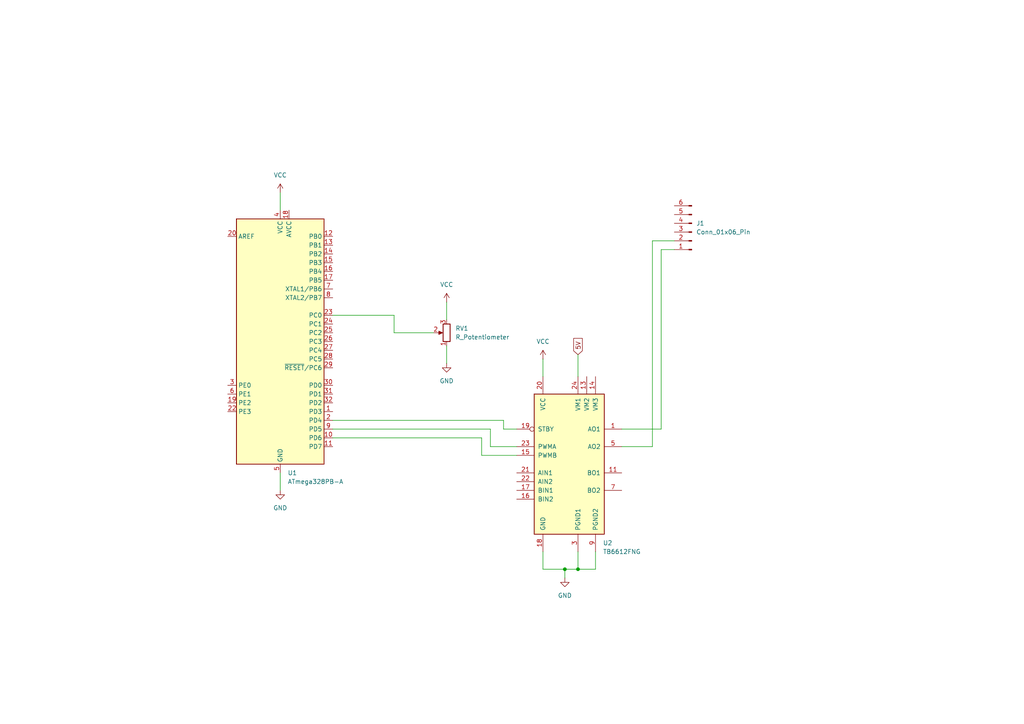
<source format=kicad_sch>
(kicad_sch
	(version 20250114)
	(generator "eeschema")
	(generator_version "9.0")
	(uuid "142331d2-0210-4490-8d19-ed726383fbac")
	(paper "A4")
	(lib_symbols
		(symbol "Connector:Conn_01x06_Pin"
			(pin_names
				(offset 1.016)
				(hide yes)
			)
			(exclude_from_sim no)
			(in_bom yes)
			(on_board yes)
			(property "Reference" "J"
				(at 0 7.62 0)
				(effects
					(font
						(size 1.27 1.27)
					)
				)
			)
			(property "Value" "Conn_01x06_Pin"
				(at 0 -10.16 0)
				(effects
					(font
						(size 1.27 1.27)
					)
				)
			)
			(property "Footprint" ""
				(at 0 0 0)
				(effects
					(font
						(size 1.27 1.27)
					)
					(hide yes)
				)
			)
			(property "Datasheet" "~"
				(at 0 0 0)
				(effects
					(font
						(size 1.27 1.27)
					)
					(hide yes)
				)
			)
			(property "Description" "Generic connector, single row, 01x06, script generated"
				(at 0 0 0)
				(effects
					(font
						(size 1.27 1.27)
					)
					(hide yes)
				)
			)
			(property "ki_locked" ""
				(at 0 0 0)
				(effects
					(font
						(size 1.27 1.27)
					)
				)
			)
			(property "ki_keywords" "connector"
				(at 0 0 0)
				(effects
					(font
						(size 1.27 1.27)
					)
					(hide yes)
				)
			)
			(property "ki_fp_filters" "Connector*:*_1x??_*"
				(at 0 0 0)
				(effects
					(font
						(size 1.27 1.27)
					)
					(hide yes)
				)
			)
			(symbol "Conn_01x06_Pin_1_1"
				(rectangle
					(start 0.8636 5.207)
					(end 0 4.953)
					(stroke
						(width 0.1524)
						(type default)
					)
					(fill
						(type outline)
					)
				)
				(rectangle
					(start 0.8636 2.667)
					(end 0 2.413)
					(stroke
						(width 0.1524)
						(type default)
					)
					(fill
						(type outline)
					)
				)
				(rectangle
					(start 0.8636 0.127)
					(end 0 -0.127)
					(stroke
						(width 0.1524)
						(type default)
					)
					(fill
						(type outline)
					)
				)
				(rectangle
					(start 0.8636 -2.413)
					(end 0 -2.667)
					(stroke
						(width 0.1524)
						(type default)
					)
					(fill
						(type outline)
					)
				)
				(rectangle
					(start 0.8636 -4.953)
					(end 0 -5.207)
					(stroke
						(width 0.1524)
						(type default)
					)
					(fill
						(type outline)
					)
				)
				(rectangle
					(start 0.8636 -7.493)
					(end 0 -7.747)
					(stroke
						(width 0.1524)
						(type default)
					)
					(fill
						(type outline)
					)
				)
				(polyline
					(pts
						(xy 1.27 5.08) (xy 0.8636 5.08)
					)
					(stroke
						(width 0.1524)
						(type default)
					)
					(fill
						(type none)
					)
				)
				(polyline
					(pts
						(xy 1.27 2.54) (xy 0.8636 2.54)
					)
					(stroke
						(width 0.1524)
						(type default)
					)
					(fill
						(type none)
					)
				)
				(polyline
					(pts
						(xy 1.27 0) (xy 0.8636 0)
					)
					(stroke
						(width 0.1524)
						(type default)
					)
					(fill
						(type none)
					)
				)
				(polyline
					(pts
						(xy 1.27 -2.54) (xy 0.8636 -2.54)
					)
					(stroke
						(width 0.1524)
						(type default)
					)
					(fill
						(type none)
					)
				)
				(polyline
					(pts
						(xy 1.27 -5.08) (xy 0.8636 -5.08)
					)
					(stroke
						(width 0.1524)
						(type default)
					)
					(fill
						(type none)
					)
				)
				(polyline
					(pts
						(xy 1.27 -7.62) (xy 0.8636 -7.62)
					)
					(stroke
						(width 0.1524)
						(type default)
					)
					(fill
						(type none)
					)
				)
				(pin passive line
					(at 5.08 5.08 180)
					(length 3.81)
					(name "Pin_1"
						(effects
							(font
								(size 1.27 1.27)
							)
						)
					)
					(number "1"
						(effects
							(font
								(size 1.27 1.27)
							)
						)
					)
				)
				(pin passive line
					(at 5.08 2.54 180)
					(length 3.81)
					(name "Pin_2"
						(effects
							(font
								(size 1.27 1.27)
							)
						)
					)
					(number "2"
						(effects
							(font
								(size 1.27 1.27)
							)
						)
					)
				)
				(pin passive line
					(at 5.08 0 180)
					(length 3.81)
					(name "Pin_3"
						(effects
							(font
								(size 1.27 1.27)
							)
						)
					)
					(number "3"
						(effects
							(font
								(size 1.27 1.27)
							)
						)
					)
				)
				(pin passive line
					(at 5.08 -2.54 180)
					(length 3.81)
					(name "Pin_4"
						(effects
							(font
								(size 1.27 1.27)
							)
						)
					)
					(number "4"
						(effects
							(font
								(size 1.27 1.27)
							)
						)
					)
				)
				(pin passive line
					(at 5.08 -5.08 180)
					(length 3.81)
					(name "Pin_5"
						(effects
							(font
								(size 1.27 1.27)
							)
						)
					)
					(number "5"
						(effects
							(font
								(size 1.27 1.27)
							)
						)
					)
				)
				(pin passive line
					(at 5.08 -7.62 180)
					(length 3.81)
					(name "Pin_6"
						(effects
							(font
								(size 1.27 1.27)
							)
						)
					)
					(number "6"
						(effects
							(font
								(size 1.27 1.27)
							)
						)
					)
				)
			)
			(embedded_fonts no)
		)
		(symbol "Device:R_Potentiometer"
			(pin_names
				(offset 1.016)
				(hide yes)
			)
			(exclude_from_sim no)
			(in_bom yes)
			(on_board yes)
			(property "Reference" "RV"
				(at -4.445 0 90)
				(effects
					(font
						(size 1.27 1.27)
					)
				)
			)
			(property "Value" "R_Potentiometer"
				(at -2.54 0 90)
				(effects
					(font
						(size 1.27 1.27)
					)
				)
			)
			(property "Footprint" ""
				(at 0 0 0)
				(effects
					(font
						(size 1.27 1.27)
					)
					(hide yes)
				)
			)
			(property "Datasheet" "~"
				(at 0 0 0)
				(effects
					(font
						(size 1.27 1.27)
					)
					(hide yes)
				)
			)
			(property "Description" "Potentiometer"
				(at 0 0 0)
				(effects
					(font
						(size 1.27 1.27)
					)
					(hide yes)
				)
			)
			(property "ki_keywords" "resistor variable"
				(at 0 0 0)
				(effects
					(font
						(size 1.27 1.27)
					)
					(hide yes)
				)
			)
			(property "ki_fp_filters" "Potentiometer*"
				(at 0 0 0)
				(effects
					(font
						(size 1.27 1.27)
					)
					(hide yes)
				)
			)
			(symbol "R_Potentiometer_0_1"
				(rectangle
					(start 1.016 2.54)
					(end -1.016 -2.54)
					(stroke
						(width 0.254)
						(type default)
					)
					(fill
						(type none)
					)
				)
				(polyline
					(pts
						(xy 1.143 0) (xy 2.286 0.508) (xy 2.286 -0.508) (xy 1.143 0)
					)
					(stroke
						(width 0)
						(type default)
					)
					(fill
						(type outline)
					)
				)
				(polyline
					(pts
						(xy 2.54 0) (xy 1.524 0)
					)
					(stroke
						(width 0)
						(type default)
					)
					(fill
						(type none)
					)
				)
			)
			(symbol "R_Potentiometer_1_1"
				(pin passive line
					(at 0 3.81 270)
					(length 1.27)
					(name "1"
						(effects
							(font
								(size 1.27 1.27)
							)
						)
					)
					(number "1"
						(effects
							(font
								(size 1.27 1.27)
							)
						)
					)
				)
				(pin passive line
					(at 0 -3.81 90)
					(length 1.27)
					(name "3"
						(effects
							(font
								(size 1.27 1.27)
							)
						)
					)
					(number "3"
						(effects
							(font
								(size 1.27 1.27)
							)
						)
					)
				)
				(pin passive line
					(at 3.81 0 180)
					(length 1.27)
					(name "2"
						(effects
							(font
								(size 1.27 1.27)
							)
						)
					)
					(number "2"
						(effects
							(font
								(size 1.27 1.27)
							)
						)
					)
				)
			)
			(embedded_fonts no)
		)
		(symbol "Driver_Motor:TB6612FNG"
			(pin_names
				(offset 1.016)
			)
			(exclude_from_sim no)
			(in_bom yes)
			(on_board yes)
			(property "Reference" "U"
				(at 11.43 17.78 0)
				(effects
					(font
						(size 1.27 1.27)
					)
					(justify left)
				)
			)
			(property "Value" "TB6612FNG"
				(at 11.43 15.24 0)
				(effects
					(font
						(size 1.27 1.27)
					)
					(justify left)
				)
			)
			(property "Footprint" "Package_SO:SSOP-24_5.3x8.2mm_P0.65mm"
				(at 33.02 -22.86 0)
				(effects
					(font
						(size 1.27 1.27)
					)
					(hide yes)
				)
			)
			(property "Datasheet" "https://toshiba.semicon-storage.com/us/product/linear/motordriver/detail.TB6612FNG.html"
				(at 11.43 15.24 0)
				(effects
					(font
						(size 1.27 1.27)
					)
					(hide yes)
				)
			)
			(property "Description" "Driver IC for Dual DC motor, SSOP-24"
				(at 0 0 0)
				(effects
					(font
						(size 1.27 1.27)
					)
					(hide yes)
				)
			)
			(property "ki_keywords" "H-bridge motor driver"
				(at 0 0 0)
				(effects
					(font
						(size 1.27 1.27)
					)
					(hide yes)
				)
			)
			(property "ki_fp_filters" "SSOP-24*5.3x8.2mm*P0.65mm*"
				(at 0 0 0)
				(effects
					(font
						(size 1.27 1.27)
					)
					(hide yes)
				)
			)
			(symbol "TB6612FNG_0_1"
				(rectangle
					(start -10.16 20.32)
					(end 10.16 -20.32)
					(stroke
						(width 0.254)
						(type default)
					)
					(fill
						(type background)
					)
				)
			)
			(symbol "TB6612FNG_1_1"
				(pin input inverted
					(at -15.24 10.16 0)
					(length 5.08)
					(name "STBY"
						(effects
							(font
								(size 1.27 1.27)
							)
						)
					)
					(number "19"
						(effects
							(font
								(size 1.27 1.27)
							)
						)
					)
				)
				(pin input line
					(at -15.24 5.08 0)
					(length 5.08)
					(name "PWMA"
						(effects
							(font
								(size 1.27 1.27)
							)
						)
					)
					(number "23"
						(effects
							(font
								(size 1.27 1.27)
							)
						)
					)
				)
				(pin input line
					(at -15.24 2.54 0)
					(length 5.08)
					(name "PWMB"
						(effects
							(font
								(size 1.27 1.27)
							)
						)
					)
					(number "15"
						(effects
							(font
								(size 1.27 1.27)
							)
						)
					)
				)
				(pin input line
					(at -15.24 -2.54 0)
					(length 5.08)
					(name "AIN1"
						(effects
							(font
								(size 1.27 1.27)
							)
						)
					)
					(number "21"
						(effects
							(font
								(size 1.27 1.27)
							)
						)
					)
				)
				(pin input line
					(at -15.24 -5.08 0)
					(length 5.08)
					(name "AIN2"
						(effects
							(font
								(size 1.27 1.27)
							)
						)
					)
					(number "22"
						(effects
							(font
								(size 1.27 1.27)
							)
						)
					)
				)
				(pin input line
					(at -15.24 -7.62 0)
					(length 5.08)
					(name "BIN1"
						(effects
							(font
								(size 1.27 1.27)
							)
						)
					)
					(number "17"
						(effects
							(font
								(size 1.27 1.27)
							)
						)
					)
				)
				(pin input line
					(at -15.24 -10.16 0)
					(length 5.08)
					(name "BIN2"
						(effects
							(font
								(size 1.27 1.27)
							)
						)
					)
					(number "16"
						(effects
							(font
								(size 1.27 1.27)
							)
						)
					)
				)
				(pin power_in line
					(at -7.62 25.4 270)
					(length 5.08)
					(name "VCC"
						(effects
							(font
								(size 1.27 1.27)
							)
						)
					)
					(number "20"
						(effects
							(font
								(size 1.27 1.27)
							)
						)
					)
				)
				(pin power_in line
					(at -7.62 -25.4 90)
					(length 5.08)
					(name "GND"
						(effects
							(font
								(size 1.27 1.27)
							)
						)
					)
					(number "18"
						(effects
							(font
								(size 1.27 1.27)
							)
						)
					)
				)
				(pin power_in line
					(at 2.54 25.4 270)
					(length 5.08)
					(name "VM1"
						(effects
							(font
								(size 1.27 1.27)
							)
						)
					)
					(number "24"
						(effects
							(font
								(size 1.27 1.27)
							)
						)
					)
				)
				(pin power_in line
					(at 2.54 -25.4 90)
					(length 5.08)
					(name "PGND1"
						(effects
							(font
								(size 1.27 1.27)
							)
						)
					)
					(number "3"
						(effects
							(font
								(size 1.27 1.27)
							)
						)
					)
				)
				(pin passive line
					(at 2.54 -25.4 90)
					(length 5.08)
					(hide yes)
					(name "PGND1"
						(effects
							(font
								(size 1.27 1.27)
							)
						)
					)
					(number "4"
						(effects
							(font
								(size 1.27 1.27)
							)
						)
					)
				)
				(pin power_in line
					(at 5.08 25.4 270)
					(length 5.08)
					(name "VM2"
						(effects
							(font
								(size 1.27 1.27)
							)
						)
					)
					(number "13"
						(effects
							(font
								(size 1.27 1.27)
							)
						)
					)
				)
				(pin power_in line
					(at 7.62 25.4 270)
					(length 5.08)
					(name "VM3"
						(effects
							(font
								(size 1.27 1.27)
							)
						)
					)
					(number "14"
						(effects
							(font
								(size 1.27 1.27)
							)
						)
					)
				)
				(pin passive line
					(at 7.62 -25.4 90)
					(length 5.08)
					(hide yes)
					(name "PGND2"
						(effects
							(font
								(size 1.27 1.27)
							)
						)
					)
					(number "10"
						(effects
							(font
								(size 1.27 1.27)
							)
						)
					)
				)
				(pin power_in line
					(at 7.62 -25.4 90)
					(length 5.08)
					(name "PGND2"
						(effects
							(font
								(size 1.27 1.27)
							)
						)
					)
					(number "9"
						(effects
							(font
								(size 1.27 1.27)
							)
						)
					)
				)
				(pin output line
					(at 15.24 10.16 180)
					(length 5.08)
					(name "AO1"
						(effects
							(font
								(size 1.27 1.27)
							)
						)
					)
					(number "1"
						(effects
							(font
								(size 1.27 1.27)
							)
						)
					)
				)
				(pin passive line
					(at 15.24 10.16 180)
					(length 5.08)
					(hide yes)
					(name "AO1"
						(effects
							(font
								(size 1.27 1.27)
							)
						)
					)
					(number "2"
						(effects
							(font
								(size 1.27 1.27)
							)
						)
					)
				)
				(pin output line
					(at 15.24 5.08 180)
					(length 5.08)
					(name "AO2"
						(effects
							(font
								(size 1.27 1.27)
							)
						)
					)
					(number "5"
						(effects
							(font
								(size 1.27 1.27)
							)
						)
					)
				)
				(pin passive line
					(at 15.24 5.08 180)
					(length 5.08)
					(hide yes)
					(name "AO2"
						(effects
							(font
								(size 1.27 1.27)
							)
						)
					)
					(number "6"
						(effects
							(font
								(size 1.27 1.27)
							)
						)
					)
				)
				(pin output line
					(at 15.24 -2.54 180)
					(length 5.08)
					(name "BO1"
						(effects
							(font
								(size 1.27 1.27)
							)
						)
					)
					(number "11"
						(effects
							(font
								(size 1.27 1.27)
							)
						)
					)
				)
				(pin passive line
					(at 15.24 -2.54 180)
					(length 5.08)
					(hide yes)
					(name "BO1"
						(effects
							(font
								(size 1.27 1.27)
							)
						)
					)
					(number "12"
						(effects
							(font
								(size 1.27 1.27)
							)
						)
					)
				)
				(pin output line
					(at 15.24 -7.62 180)
					(length 5.08)
					(name "BO2"
						(effects
							(font
								(size 1.27 1.27)
							)
						)
					)
					(number "7"
						(effects
							(font
								(size 1.27 1.27)
							)
						)
					)
				)
				(pin passive line
					(at 15.24 -7.62 180)
					(length 5.08)
					(hide yes)
					(name "BO2"
						(effects
							(font
								(size 1.27 1.27)
							)
						)
					)
					(number "8"
						(effects
							(font
								(size 1.27 1.27)
							)
						)
					)
				)
			)
			(embedded_fonts no)
		)
		(symbol "MCU_Microchip_ATmega:ATmega328PB-A"
			(exclude_from_sim no)
			(in_bom yes)
			(on_board yes)
			(property "Reference" "U"
				(at -12.7 36.83 0)
				(effects
					(font
						(size 1.27 1.27)
					)
					(justify left bottom)
				)
			)
			(property "Value" "ATmega328PB-A"
				(at 2.54 -36.83 0)
				(effects
					(font
						(size 1.27 1.27)
					)
					(justify left top)
				)
			)
			(property "Footprint" "Package_QFP:TQFP-32_7x7mm_P0.8mm"
				(at 0 0 0)
				(effects
					(font
						(size 1.27 1.27)
						(italic yes)
					)
					(hide yes)
				)
			)
			(property "Datasheet" "http://ww1.microchip.com/downloads/en/DeviceDoc/40001906C.pdf"
				(at 0 0 0)
				(effects
					(font
						(size 1.27 1.27)
					)
					(hide yes)
				)
			)
			(property "Description" "20MHz, 32kB Flash, 2kB SRAM, 1kB EEPROM, TQFP-32"
				(at 0 0 0)
				(effects
					(font
						(size 1.27 1.27)
					)
					(hide yes)
				)
			)
			(property "ki_keywords" "AVR 8bit Microcontroller MegaAVR"
				(at 0 0 0)
				(effects
					(font
						(size 1.27 1.27)
					)
					(hide yes)
				)
			)
			(property "ki_fp_filters" "TQFP*7x7mm*P0.8mm*"
				(at 0 0 0)
				(effects
					(font
						(size 1.27 1.27)
					)
					(hide yes)
				)
			)
			(symbol "ATmega328PB-A_0_1"
				(rectangle
					(start -12.7 -35.56)
					(end 12.7 35.56)
					(stroke
						(width 0.254)
						(type default)
					)
					(fill
						(type background)
					)
				)
			)
			(symbol "ATmega328PB-A_1_1"
				(pin passive line
					(at -15.24 30.48 0)
					(length 2.54)
					(name "AREF"
						(effects
							(font
								(size 1.27 1.27)
							)
						)
					)
					(number "20"
						(effects
							(font
								(size 1.27 1.27)
							)
						)
					)
				)
				(pin bidirectional line
					(at -15.24 -12.7 0)
					(length 2.54)
					(name "PE0"
						(effects
							(font
								(size 1.27 1.27)
							)
						)
					)
					(number "3"
						(effects
							(font
								(size 1.27 1.27)
							)
						)
					)
				)
				(pin bidirectional line
					(at -15.24 -15.24 0)
					(length 2.54)
					(name "PE1"
						(effects
							(font
								(size 1.27 1.27)
							)
						)
					)
					(number "6"
						(effects
							(font
								(size 1.27 1.27)
							)
						)
					)
				)
				(pin bidirectional line
					(at -15.24 -17.78 0)
					(length 2.54)
					(name "PE2"
						(effects
							(font
								(size 1.27 1.27)
							)
						)
					)
					(number "19"
						(effects
							(font
								(size 1.27 1.27)
							)
						)
					)
				)
				(pin bidirectional line
					(at -15.24 -20.32 0)
					(length 2.54)
					(name "PE3"
						(effects
							(font
								(size 1.27 1.27)
							)
						)
					)
					(number "22"
						(effects
							(font
								(size 1.27 1.27)
							)
						)
					)
				)
				(pin power_in line
					(at 0 38.1 270)
					(length 2.54)
					(name "VCC"
						(effects
							(font
								(size 1.27 1.27)
							)
						)
					)
					(number "4"
						(effects
							(font
								(size 1.27 1.27)
							)
						)
					)
				)
				(pin passive line
					(at 0 -38.1 90)
					(length 2.54)
					(hide yes)
					(name "GND"
						(effects
							(font
								(size 1.27 1.27)
							)
						)
					)
					(number "21"
						(effects
							(font
								(size 1.27 1.27)
							)
						)
					)
				)
				(pin power_in line
					(at 0 -38.1 90)
					(length 2.54)
					(name "GND"
						(effects
							(font
								(size 1.27 1.27)
							)
						)
					)
					(number "5"
						(effects
							(font
								(size 1.27 1.27)
							)
						)
					)
				)
				(pin power_in line
					(at 2.54 38.1 270)
					(length 2.54)
					(name "AVCC"
						(effects
							(font
								(size 1.27 1.27)
							)
						)
					)
					(number "18"
						(effects
							(font
								(size 1.27 1.27)
							)
						)
					)
				)
				(pin bidirectional line
					(at 15.24 30.48 180)
					(length 2.54)
					(name "PB0"
						(effects
							(font
								(size 1.27 1.27)
							)
						)
					)
					(number "12"
						(effects
							(font
								(size 1.27 1.27)
							)
						)
					)
				)
				(pin bidirectional line
					(at 15.24 27.94 180)
					(length 2.54)
					(name "PB1"
						(effects
							(font
								(size 1.27 1.27)
							)
						)
					)
					(number "13"
						(effects
							(font
								(size 1.27 1.27)
							)
						)
					)
				)
				(pin bidirectional line
					(at 15.24 25.4 180)
					(length 2.54)
					(name "PB2"
						(effects
							(font
								(size 1.27 1.27)
							)
						)
					)
					(number "14"
						(effects
							(font
								(size 1.27 1.27)
							)
						)
					)
				)
				(pin bidirectional line
					(at 15.24 22.86 180)
					(length 2.54)
					(name "PB3"
						(effects
							(font
								(size 1.27 1.27)
							)
						)
					)
					(number "15"
						(effects
							(font
								(size 1.27 1.27)
							)
						)
					)
				)
				(pin bidirectional line
					(at 15.24 20.32 180)
					(length 2.54)
					(name "PB4"
						(effects
							(font
								(size 1.27 1.27)
							)
						)
					)
					(number "16"
						(effects
							(font
								(size 1.27 1.27)
							)
						)
					)
				)
				(pin bidirectional line
					(at 15.24 17.78 180)
					(length 2.54)
					(name "PB5"
						(effects
							(font
								(size 1.27 1.27)
							)
						)
					)
					(number "17"
						(effects
							(font
								(size 1.27 1.27)
							)
						)
					)
				)
				(pin bidirectional line
					(at 15.24 15.24 180)
					(length 2.54)
					(name "XTAL1/PB6"
						(effects
							(font
								(size 1.27 1.27)
							)
						)
					)
					(number "7"
						(effects
							(font
								(size 1.27 1.27)
							)
						)
					)
				)
				(pin bidirectional line
					(at 15.24 12.7 180)
					(length 2.54)
					(name "XTAL2/PB7"
						(effects
							(font
								(size 1.27 1.27)
							)
						)
					)
					(number "8"
						(effects
							(font
								(size 1.27 1.27)
							)
						)
					)
				)
				(pin bidirectional line
					(at 15.24 7.62 180)
					(length 2.54)
					(name "PC0"
						(effects
							(font
								(size 1.27 1.27)
							)
						)
					)
					(number "23"
						(effects
							(font
								(size 1.27 1.27)
							)
						)
					)
				)
				(pin bidirectional line
					(at 15.24 5.08 180)
					(length 2.54)
					(name "PC1"
						(effects
							(font
								(size 1.27 1.27)
							)
						)
					)
					(number "24"
						(effects
							(font
								(size 1.27 1.27)
							)
						)
					)
				)
				(pin bidirectional line
					(at 15.24 2.54 180)
					(length 2.54)
					(name "PC2"
						(effects
							(font
								(size 1.27 1.27)
							)
						)
					)
					(number "25"
						(effects
							(font
								(size 1.27 1.27)
							)
						)
					)
				)
				(pin bidirectional line
					(at 15.24 0 180)
					(length 2.54)
					(name "PC3"
						(effects
							(font
								(size 1.27 1.27)
							)
						)
					)
					(number "26"
						(effects
							(font
								(size 1.27 1.27)
							)
						)
					)
				)
				(pin bidirectional line
					(at 15.24 -2.54 180)
					(length 2.54)
					(name "PC4"
						(effects
							(font
								(size 1.27 1.27)
							)
						)
					)
					(number "27"
						(effects
							(font
								(size 1.27 1.27)
							)
						)
					)
				)
				(pin bidirectional line
					(at 15.24 -5.08 180)
					(length 2.54)
					(name "PC5"
						(effects
							(font
								(size 1.27 1.27)
							)
						)
					)
					(number "28"
						(effects
							(font
								(size 1.27 1.27)
							)
						)
					)
				)
				(pin bidirectional line
					(at 15.24 -7.62 180)
					(length 2.54)
					(name "~{RESET}/PC6"
						(effects
							(font
								(size 1.27 1.27)
							)
						)
					)
					(number "29"
						(effects
							(font
								(size 1.27 1.27)
							)
						)
					)
				)
				(pin bidirectional line
					(at 15.24 -12.7 180)
					(length 2.54)
					(name "PD0"
						(effects
							(font
								(size 1.27 1.27)
							)
						)
					)
					(number "30"
						(effects
							(font
								(size 1.27 1.27)
							)
						)
					)
				)
				(pin bidirectional line
					(at 15.24 -15.24 180)
					(length 2.54)
					(name "PD1"
						(effects
							(font
								(size 1.27 1.27)
							)
						)
					)
					(number "31"
						(effects
							(font
								(size 1.27 1.27)
							)
						)
					)
				)
				(pin bidirectional line
					(at 15.24 -17.78 180)
					(length 2.54)
					(name "PD2"
						(effects
							(font
								(size 1.27 1.27)
							)
						)
					)
					(number "32"
						(effects
							(font
								(size 1.27 1.27)
							)
						)
					)
				)
				(pin bidirectional line
					(at 15.24 -20.32 180)
					(length 2.54)
					(name "PD3"
						(effects
							(font
								(size 1.27 1.27)
							)
						)
					)
					(number "1"
						(effects
							(font
								(size 1.27 1.27)
							)
						)
					)
				)
				(pin bidirectional line
					(at 15.24 -22.86 180)
					(length 2.54)
					(name "PD4"
						(effects
							(font
								(size 1.27 1.27)
							)
						)
					)
					(number "2"
						(effects
							(font
								(size 1.27 1.27)
							)
						)
					)
				)
				(pin bidirectional line
					(at 15.24 -25.4 180)
					(length 2.54)
					(name "PD5"
						(effects
							(font
								(size 1.27 1.27)
							)
						)
					)
					(number "9"
						(effects
							(font
								(size 1.27 1.27)
							)
						)
					)
				)
				(pin bidirectional line
					(at 15.24 -27.94 180)
					(length 2.54)
					(name "PD6"
						(effects
							(font
								(size 1.27 1.27)
							)
						)
					)
					(number "10"
						(effects
							(font
								(size 1.27 1.27)
							)
						)
					)
				)
				(pin bidirectional line
					(at 15.24 -30.48 180)
					(length 2.54)
					(name "PD7"
						(effects
							(font
								(size 1.27 1.27)
							)
						)
					)
					(number "11"
						(effects
							(font
								(size 1.27 1.27)
							)
						)
					)
				)
			)
			(embedded_fonts no)
		)
		(symbol "power:GND"
			(power)
			(pin_numbers
				(hide yes)
			)
			(pin_names
				(offset 0)
				(hide yes)
			)
			(exclude_from_sim no)
			(in_bom yes)
			(on_board yes)
			(property "Reference" "#PWR"
				(at 0 -6.35 0)
				(effects
					(font
						(size 1.27 1.27)
					)
					(hide yes)
				)
			)
			(property "Value" "GND"
				(at 0 -3.81 0)
				(effects
					(font
						(size 1.27 1.27)
					)
				)
			)
			(property "Footprint" ""
				(at 0 0 0)
				(effects
					(font
						(size 1.27 1.27)
					)
					(hide yes)
				)
			)
			(property "Datasheet" ""
				(at 0 0 0)
				(effects
					(font
						(size 1.27 1.27)
					)
					(hide yes)
				)
			)
			(property "Description" "Power symbol creates a global label with name \"GND\" , ground"
				(at 0 0 0)
				(effects
					(font
						(size 1.27 1.27)
					)
					(hide yes)
				)
			)
			(property "ki_keywords" "global power"
				(at 0 0 0)
				(effects
					(font
						(size 1.27 1.27)
					)
					(hide yes)
				)
			)
			(symbol "GND_0_1"
				(polyline
					(pts
						(xy 0 0) (xy 0 -1.27) (xy 1.27 -1.27) (xy 0 -2.54) (xy -1.27 -1.27) (xy 0 -1.27)
					)
					(stroke
						(width 0)
						(type default)
					)
					(fill
						(type none)
					)
				)
			)
			(symbol "GND_1_1"
				(pin power_in line
					(at 0 0 270)
					(length 0)
					(name "~"
						(effects
							(font
								(size 1.27 1.27)
							)
						)
					)
					(number "1"
						(effects
							(font
								(size 1.27 1.27)
							)
						)
					)
				)
			)
			(embedded_fonts no)
		)
		(symbol "power:VCC"
			(power)
			(pin_numbers
				(hide yes)
			)
			(pin_names
				(offset 0)
				(hide yes)
			)
			(exclude_from_sim no)
			(in_bom yes)
			(on_board yes)
			(property "Reference" "#PWR"
				(at 0 -3.81 0)
				(effects
					(font
						(size 1.27 1.27)
					)
					(hide yes)
				)
			)
			(property "Value" "VCC"
				(at 0 3.556 0)
				(effects
					(font
						(size 1.27 1.27)
					)
				)
			)
			(property "Footprint" ""
				(at 0 0 0)
				(effects
					(font
						(size 1.27 1.27)
					)
					(hide yes)
				)
			)
			(property "Datasheet" ""
				(at 0 0 0)
				(effects
					(font
						(size 1.27 1.27)
					)
					(hide yes)
				)
			)
			(property "Description" "Power symbol creates a global label with name \"VCC\""
				(at 0 0 0)
				(effects
					(font
						(size 1.27 1.27)
					)
					(hide yes)
				)
			)
			(property "ki_keywords" "global power"
				(at 0 0 0)
				(effects
					(font
						(size 1.27 1.27)
					)
					(hide yes)
				)
			)
			(symbol "VCC_0_1"
				(polyline
					(pts
						(xy -0.762 1.27) (xy 0 2.54)
					)
					(stroke
						(width 0)
						(type default)
					)
					(fill
						(type none)
					)
				)
				(polyline
					(pts
						(xy 0 2.54) (xy 0.762 1.27)
					)
					(stroke
						(width 0)
						(type default)
					)
					(fill
						(type none)
					)
				)
				(polyline
					(pts
						(xy 0 0) (xy 0 2.54)
					)
					(stroke
						(width 0)
						(type default)
					)
					(fill
						(type none)
					)
				)
			)
			(symbol "VCC_1_1"
				(pin power_in line
					(at 0 0 90)
					(length 0)
					(name "~"
						(effects
							(font
								(size 1.27 1.27)
							)
						)
					)
					(number "1"
						(effects
							(font
								(size 1.27 1.27)
							)
						)
					)
				)
			)
			(embedded_fonts no)
		)
	)
	(junction
		(at 163.83 165.1)
		(diameter 0)
		(color 0 0 0 0)
		(uuid "77539c46-713a-4985-880e-15501dd4c093")
	)
	(junction
		(at 167.64 165.1)
		(diameter 0)
		(color 0 0 0 0)
		(uuid "b822950f-ab3c-4996-9f4c-4bf18cf68d5a")
	)
	(wire
		(pts
			(xy 157.48 165.1) (xy 163.83 165.1)
		)
		(stroke
			(width 0)
			(type default)
		)
		(uuid "02c49a91-53cc-4e7d-a301-d9e473f88ecd")
	)
	(wire
		(pts
			(xy 163.83 165.1) (xy 167.64 165.1)
		)
		(stroke
			(width 0)
			(type default)
		)
		(uuid "074aa422-fa98-4780-a31a-0d570c6bf34c")
	)
	(wire
		(pts
			(xy 142.24 129.54) (xy 149.86 129.54)
		)
		(stroke
			(width 0)
			(type default)
		)
		(uuid "09e66256-2707-4c96-bdda-40761e28d244")
	)
	(wire
		(pts
			(xy 114.3 96.52) (xy 125.73 96.52)
		)
		(stroke
			(width 0)
			(type default)
		)
		(uuid "0a317c8e-e08a-4410-afbe-39acb8622264")
	)
	(wire
		(pts
			(xy 81.28 55.88) (xy 81.28 60.96)
		)
		(stroke
			(width 0)
			(type default)
		)
		(uuid "1c49a9f6-c343-4f94-a429-311855f9d5f2")
	)
	(wire
		(pts
			(xy 96.52 124.46) (xy 142.24 124.46)
		)
		(stroke
			(width 0)
			(type default)
		)
		(uuid "27bccaff-1061-4ef6-be36-2ebe983bad62")
	)
	(wire
		(pts
			(xy 191.77 124.46) (xy 191.77 72.39)
		)
		(stroke
			(width 0)
			(type default)
		)
		(uuid "27cadf44-3099-46dd-8d25-b64beba3dc4a")
	)
	(wire
		(pts
			(xy 129.54 100.33) (xy 129.54 105.41)
		)
		(stroke
			(width 0)
			(type default)
		)
		(uuid "2cd7713f-e765-406b-ad06-8262264c24a3")
	)
	(wire
		(pts
			(xy 189.23 69.85) (xy 195.58 69.85)
		)
		(stroke
			(width 0)
			(type default)
		)
		(uuid "322224db-3807-4d6e-a6f3-d3b75ae5f101")
	)
	(wire
		(pts
			(xy 96.52 121.92) (xy 146.05 121.92)
		)
		(stroke
			(width 0)
			(type default)
		)
		(uuid "343ac1e0-ae3e-4f03-b588-d48b5119254c")
	)
	(wire
		(pts
			(xy 96.52 127) (xy 139.7 127)
		)
		(stroke
			(width 0)
			(type default)
		)
		(uuid "4c54da3e-1e72-48b2-ac9a-b1b361c875ca")
	)
	(wire
		(pts
			(xy 157.48 160.02) (xy 157.48 165.1)
		)
		(stroke
			(width 0)
			(type default)
		)
		(uuid "5a798278-9a9b-417a-b883-f0006983b66f")
	)
	(wire
		(pts
			(xy 146.05 124.46) (xy 149.86 124.46)
		)
		(stroke
			(width 0)
			(type default)
		)
		(uuid "6012d6c7-4f63-4336-abfe-5a63ce4147e8")
	)
	(wire
		(pts
			(xy 167.64 160.02) (xy 167.64 165.1)
		)
		(stroke
			(width 0)
			(type default)
		)
		(uuid "6f7c96f8-7b38-4ec9-a7b1-e87cc14466ef")
	)
	(wire
		(pts
			(xy 129.54 87.63) (xy 129.54 92.71)
		)
		(stroke
			(width 0)
			(type default)
		)
		(uuid "71d318d6-d8bc-461b-a18c-2f55c8c1796a")
	)
	(wire
		(pts
			(xy 139.7 127) (xy 139.7 132.08)
		)
		(stroke
			(width 0)
			(type default)
		)
		(uuid "7bf56e7e-00af-429a-9cf5-f4383f0f7c2f")
	)
	(wire
		(pts
			(xy 81.28 137.16) (xy 81.28 142.24)
		)
		(stroke
			(width 0)
			(type default)
		)
		(uuid "831f2673-9284-4440-b847-62016f2788d6")
	)
	(wire
		(pts
			(xy 191.77 72.39) (xy 195.58 72.39)
		)
		(stroke
			(width 0)
			(type default)
		)
		(uuid "8c5ea230-5396-42d2-832c-53863735a7a4")
	)
	(wire
		(pts
			(xy 157.48 104.14) (xy 157.48 109.22)
		)
		(stroke
			(width 0)
			(type default)
		)
		(uuid "a477a8ab-cf18-4cb3-9911-6c85b3ce301e")
	)
	(wire
		(pts
			(xy 142.24 124.46) (xy 142.24 129.54)
		)
		(stroke
			(width 0)
			(type default)
		)
		(uuid "a482e1cd-9083-452a-a5b6-865c15fcd50a")
	)
	(wire
		(pts
			(xy 172.72 165.1) (xy 172.72 160.02)
		)
		(stroke
			(width 0)
			(type default)
		)
		(uuid "ab8525a8-2660-4c45-890f-7f976c8b1af8")
	)
	(wire
		(pts
			(xy 167.64 102.87) (xy 167.64 109.22)
		)
		(stroke
			(width 0)
			(type default)
		)
		(uuid "b05f30ff-91e1-433f-b031-3cb7a464a507")
	)
	(wire
		(pts
			(xy 96.52 91.44) (xy 114.3 91.44)
		)
		(stroke
			(width 0)
			(type default)
		)
		(uuid "b407d83d-8938-4bb8-84f6-d3c4e4d3f4a3")
	)
	(wire
		(pts
			(xy 163.83 165.1) (xy 163.83 167.64)
		)
		(stroke
			(width 0)
			(type default)
		)
		(uuid "b45c39ac-5d60-4780-a656-2850141f3246")
	)
	(wire
		(pts
			(xy 180.34 129.54) (xy 189.23 129.54)
		)
		(stroke
			(width 0)
			(type default)
		)
		(uuid "b9c2ca67-07a4-4b1c-9efe-f7a5f2da46c7")
	)
	(wire
		(pts
			(xy 139.7 132.08) (xy 149.86 132.08)
		)
		(stroke
			(width 0)
			(type default)
		)
		(uuid "bebedada-ca7f-430e-ba2b-e29b05480136")
	)
	(wire
		(pts
			(xy 189.23 129.54) (xy 189.23 69.85)
		)
		(stroke
			(width 0)
			(type default)
		)
		(uuid "d1beacdd-d0e3-41c2-874d-64565c510d63")
	)
	(wire
		(pts
			(xy 146.05 121.92) (xy 146.05 124.46)
		)
		(stroke
			(width 0)
			(type default)
		)
		(uuid "e245640f-f907-46d1-8906-a29a3aa661ae")
	)
	(wire
		(pts
			(xy 180.34 124.46) (xy 191.77 124.46)
		)
		(stroke
			(width 0)
			(type default)
		)
		(uuid "ea0f2948-2c05-457a-aa8a-4a4d1aec1f30")
	)
	(wire
		(pts
			(xy 114.3 91.44) (xy 114.3 96.52)
		)
		(stroke
			(width 0)
			(type default)
		)
		(uuid "fdce8ae6-1eb5-43c2-9002-c8c5bca1f738")
	)
	(wire
		(pts
			(xy 167.64 165.1) (xy 172.72 165.1)
		)
		(stroke
			(width 0)
			(type default)
		)
		(uuid "febd5f78-a522-4411-8c89-cb06c98c445c")
	)
	(global_label "5V"
		(shape input)
		(at 167.64 102.87 90)
		(fields_autoplaced yes)
		(effects
			(font
				(size 1.27 1.27)
			)
			(justify left)
		)
		(uuid "b72f1365-66a4-4712-9656-88ea2cc72ba2")
		(property "Intersheetrefs" "${INTERSHEET_REFS}"
			(at 167.64 97.5867 90)
			(effects
				(font
					(size 1.27 1.27)
				)
				(justify left)
				(hide yes)
			)
		)
	)
	(symbol
		(lib_id "power:VCC")
		(at 157.48 104.14 0)
		(unit 1)
		(exclude_from_sim no)
		(in_bom yes)
		(on_board yes)
		(dnp no)
		(fields_autoplaced yes)
		(uuid "0e06926e-aa24-4bc7-aeee-f99fb0e11b88")
		(property "Reference" "#PWR03"
			(at 157.48 107.95 0)
			(effects
				(font
					(size 1.27 1.27)
				)
				(hide yes)
			)
		)
		(property "Value" "VCC"
			(at 157.48 99.06 0)
			(effects
				(font
					(size 1.27 1.27)
				)
			)
		)
		(property "Footprint" ""
			(at 157.48 104.14 0)
			(effects
				(font
					(size 1.27 1.27)
				)
				(hide yes)
			)
		)
		(property "Datasheet" ""
			(at 157.48 104.14 0)
			(effects
				(font
					(size 1.27 1.27)
				)
				(hide yes)
			)
		)
		(property "Description" "Power symbol creates a global label with name \"VCC\""
			(at 157.48 104.14 0)
			(effects
				(font
					(size 1.27 1.27)
				)
				(hide yes)
			)
		)
		(pin "1"
			(uuid "55557d67-143f-4b52-9d8b-299c1ec7999c")
		)
		(instances
			(project ""
				(path "/142331d2-0210-4490-8d19-ed726383fbac"
					(reference "#PWR03")
					(unit 1)
				)
			)
		)
	)
	(symbol
		(lib_id "Connector:Conn_01x06_Pin")
		(at 200.66 67.31 180)
		(unit 1)
		(exclude_from_sim no)
		(in_bom yes)
		(on_board yes)
		(dnp no)
		(fields_autoplaced yes)
		(uuid "1f0a9f2b-43a3-4a5a-8abd-137e4fa4b8e5")
		(property "Reference" "J1"
			(at 201.93 64.7699 0)
			(effects
				(font
					(size 1.27 1.27)
				)
				(justify right)
			)
		)
		(property "Value" "Conn_01x06_Pin"
			(at 201.93 67.3099 0)
			(effects
				(font
					(size 1.27 1.27)
				)
				(justify right)
			)
		)
		(property "Footprint" ""
			(at 200.66 67.31 0)
			(effects
				(font
					(size 1.27 1.27)
				)
				(hide yes)
			)
		)
		(property "Datasheet" "~"
			(at 200.66 67.31 0)
			(effects
				(font
					(size 1.27 1.27)
				)
				(hide yes)
			)
		)
		(property "Description" "Generic connector, single row, 01x06, script generated"
			(at 200.66 67.31 0)
			(effects
				(font
					(size 1.27 1.27)
				)
				(hide yes)
			)
		)
		(pin "1"
			(uuid "a0fd784e-da93-4f11-8737-1e5b2d81dd38")
		)
		(pin "2"
			(uuid "5ff4d60e-1d2f-4ec8-a717-9f851cba2a7c")
		)
		(pin "3"
			(uuid "ff73ffb3-e456-4a3e-9690-f1453c741844")
		)
		(pin "4"
			(uuid "33ce3dd6-58ff-46b8-9692-d0de8dcaf399")
		)
		(pin "5"
			(uuid "35fb03a1-2a54-4b6e-acb2-c8f2ce00170c")
		)
		(pin "6"
			(uuid "13dd2f3f-8abb-4a56-893e-b4b87a153b3f")
		)
		(instances
			(project ""
				(path "/142331d2-0210-4490-8d19-ed726383fbac"
					(reference "J1")
					(unit 1)
				)
			)
		)
	)
	(symbol
		(lib_id "power:VCC")
		(at 81.28 55.88 0)
		(unit 1)
		(exclude_from_sim no)
		(in_bom yes)
		(on_board yes)
		(dnp no)
		(fields_autoplaced yes)
		(uuid "24223222-0433-4312-b2fa-62c1b3ac1ad6")
		(property "Reference" "#PWR05"
			(at 81.28 59.69 0)
			(effects
				(font
					(size 1.27 1.27)
				)
				(hide yes)
			)
		)
		(property "Value" "VCC"
			(at 81.28 50.8 0)
			(effects
				(font
					(size 1.27 1.27)
				)
			)
		)
		(property "Footprint" ""
			(at 81.28 55.88 0)
			(effects
				(font
					(size 1.27 1.27)
				)
				(hide yes)
			)
		)
		(property "Datasheet" ""
			(at 81.28 55.88 0)
			(effects
				(font
					(size 1.27 1.27)
				)
				(hide yes)
			)
		)
		(property "Description" "Power symbol creates a global label with name \"VCC\""
			(at 81.28 55.88 0)
			(effects
				(font
					(size 1.27 1.27)
				)
				(hide yes)
			)
		)
		(pin "1"
			(uuid "139416dd-18eb-4ec0-91f6-916da96a706f")
		)
		(instances
			(project ""
				(path "/142331d2-0210-4490-8d19-ed726383fbac"
					(reference "#PWR05")
					(unit 1)
				)
			)
		)
	)
	(symbol
		(lib_id "Device:R_Potentiometer")
		(at 129.54 96.52 180)
		(unit 1)
		(exclude_from_sim no)
		(in_bom yes)
		(on_board yes)
		(dnp no)
		(fields_autoplaced yes)
		(uuid "7b72a409-bf05-4748-abaf-a07d938d0112")
		(property "Reference" "RV1"
			(at 132.08 95.2499 0)
			(effects
				(font
					(size 1.27 1.27)
				)
				(justify right)
			)
		)
		(property "Value" "R_Potentiometer"
			(at 132.08 97.7899 0)
			(effects
				(font
					(size 1.27 1.27)
				)
				(justify right)
			)
		)
		(property "Footprint" "Potentiometer_SMD:Potentiometer_ACP_CA6-VSMD_Vertical"
			(at 129.54 96.52 0)
			(effects
				(font
					(size 1.27 1.27)
				)
				(hide yes)
			)
		)
		(property "Datasheet" "~"
			(at 129.54 96.52 0)
			(effects
				(font
					(size 1.27 1.27)
				)
				(hide yes)
			)
		)
		(property "Description" "Potentiometer"
			(at 129.54 96.52 0)
			(effects
				(font
					(size 1.27 1.27)
				)
				(hide yes)
			)
		)
		(pin "1"
			(uuid "575f5daf-e007-422f-8f8f-1fc207b99c27")
		)
		(pin "3"
			(uuid "cdb86630-12ed-4c24-a82e-09778de5351d")
		)
		(pin "2"
			(uuid "12be4efd-ff27-46c5-b15b-69e71dd3e80b")
		)
		(instances
			(project ""
				(path "/142331d2-0210-4490-8d19-ed726383fbac"
					(reference "RV1")
					(unit 1)
				)
			)
		)
	)
	(symbol
		(lib_id "Driver_Motor:TB6612FNG")
		(at 165.1 134.62 0)
		(unit 1)
		(exclude_from_sim no)
		(in_bom yes)
		(on_board yes)
		(dnp no)
		(fields_autoplaced yes)
		(uuid "7bea4cf3-967e-403b-9d9f-a68e97ff7ff4")
		(property "Reference" "U2"
			(at 174.8633 157.48 0)
			(effects
				(font
					(size 1.27 1.27)
				)
				(justify left)
			)
		)
		(property "Value" "TB6612FNG"
			(at 174.8633 160.02 0)
			(effects
				(font
					(size 1.27 1.27)
				)
				(justify left)
			)
		)
		(property "Footprint" "Package_SO:SSOP-24_5.3x8.2mm_P0.65mm"
			(at 198.12 157.48 0)
			(effects
				(font
					(size 1.27 1.27)
				)
				(hide yes)
			)
		)
		(property "Datasheet" "https://toshiba.semicon-storage.com/us/product/linear/motordriver/detail.TB6612FNG.html"
			(at 176.53 119.38 0)
			(effects
				(font
					(size 1.27 1.27)
				)
				(hide yes)
			)
		)
		(property "Description" "Driver IC for Dual DC motor, SSOP-24"
			(at 165.1 134.62 0)
			(effects
				(font
					(size 1.27 1.27)
				)
				(hide yes)
			)
		)
		(pin "13"
			(uuid "de9f9aac-435f-4070-9c6a-97226d393b52")
		)
		(pin "24"
			(uuid "61cd7e5d-8374-46e2-88ad-b15f173f7108")
		)
		(pin "11"
			(uuid "b39b9334-35cf-459c-bfa1-392288dc76ce")
		)
		(pin "17"
			(uuid "22ed65fa-2d9b-48c3-8b03-a9734895b961")
		)
		(pin "16"
			(uuid "a1764d26-9b35-4fb5-a93e-9bb9f1edc29c")
		)
		(pin "19"
			(uuid "080964e5-e879-4a26-a251-1bc811d44e1d")
		)
		(pin "15"
			(uuid "36f4222f-ec8b-41f1-9ec2-978e82f29879")
		)
		(pin "21"
			(uuid "90c0b584-479b-4957-a5a5-6f99be37478a")
		)
		(pin "22"
			(uuid "0f652014-fd01-409c-baa6-b290e9dd52cd")
		)
		(pin "20"
			(uuid "e2135bee-2b83-4edd-98bd-2bd1a93c6df0")
		)
		(pin "18"
			(uuid "f446c575-150a-4fa4-8528-79a58c17a5c6")
		)
		(pin "4"
			(uuid "7e333c76-ecbf-430f-ab49-e53986c67eb2")
		)
		(pin "2"
			(uuid "770484b2-49c3-4df8-9fad-49dc6a7a52ae")
		)
		(pin "5"
			(uuid "c03b6836-49f1-4f2c-a4aa-c46b6dcb809f")
		)
		(pin "6"
			(uuid "4a7d49a1-3877-46db-a49d-fff5f89d9d38")
		)
		(pin "1"
			(uuid "812add8d-b397-4a36-9c9f-9d96ea161e5b")
		)
		(pin "9"
			(uuid "685d548d-da62-470f-9018-7fa660aac9b3")
		)
		(pin "23"
			(uuid "6d83cc26-e8ab-4470-aa2e-aac55c870df1")
		)
		(pin "10"
			(uuid "4cde0d96-fc11-4596-a342-9edae8b00049")
		)
		(pin "3"
			(uuid "69dafdcb-ef61-4706-8d2e-d19dbe76d7fc")
		)
		(pin "14"
			(uuid "38add8fa-afcd-4467-9715-d29746a952bc")
		)
		(pin "8"
			(uuid "cd6a4b6a-6846-42e2-85c9-f5c264c73026")
		)
		(pin "7"
			(uuid "b42054a2-72d9-48b0-95ec-05ce50dd1725")
		)
		(pin "12"
			(uuid "2bbf33d7-daca-47e0-aaf1-c94455413ae4")
		)
		(instances
			(project ""
				(path "/142331d2-0210-4490-8d19-ed726383fbac"
					(reference "U2")
					(unit 1)
				)
			)
		)
	)
	(symbol
		(lib_id "MCU_Microchip_ATmega:ATmega328PB-A")
		(at 81.28 99.06 0)
		(unit 1)
		(exclude_from_sim no)
		(in_bom yes)
		(on_board yes)
		(dnp no)
		(fields_autoplaced yes)
		(uuid "7c41f16c-d5b1-4076-83a3-3cfda8895cb4")
		(property "Reference" "U1"
			(at 83.4233 137.16 0)
			(effects
				(font
					(size 1.27 1.27)
				)
				(justify left)
			)
		)
		(property "Value" "ATmega328PB-A"
			(at 83.4233 139.7 0)
			(effects
				(font
					(size 1.27 1.27)
				)
				(justify left)
			)
		)
		(property "Footprint" "Package_QFP:TQFP-32_7x7mm_P0.8mm"
			(at 81.28 99.06 0)
			(effects
				(font
					(size 1.27 1.27)
					(italic yes)
				)
				(hide yes)
			)
		)
		(property "Datasheet" "http://ww1.microchip.com/downloads/en/DeviceDoc/40001906C.pdf"
			(at 81.28 99.06 0)
			(effects
				(font
					(size 1.27 1.27)
				)
				(hide yes)
			)
		)
		(property "Description" "20MHz, 32kB Flash, 2kB SRAM, 1kB EEPROM, TQFP-32"
			(at 81.28 99.06 0)
			(effects
				(font
					(size 1.27 1.27)
				)
				(hide yes)
			)
		)
		(pin "30"
			(uuid "3827cc43-ec82-425e-92d5-a4a64fa66b15")
		)
		(pin "4"
			(uuid "40128182-8274-4a44-b0c2-db5b2b35ba28")
		)
		(pin "20"
			(uuid "fb0ccf39-639d-415d-835a-90038971c510")
		)
		(pin "19"
			(uuid "5044d471-ef86-4a5a-86b1-01c127f0a0c0")
		)
		(pin "15"
			(uuid "090ba8c5-213c-42ba-869a-1392c078ffcc")
		)
		(pin "16"
			(uuid "4aff6246-8319-4740-83df-b40b08a859e4")
		)
		(pin "22"
			(uuid "43118268-dee3-4c3e-b3ef-0137707a5b1b")
		)
		(pin "7"
			(uuid "0edb5538-3e46-4224-ac8d-0ccd2d72df9a")
		)
		(pin "6"
			(uuid "8bf01cfc-517b-45e3-abde-af7ab4997716")
		)
		(pin "12"
			(uuid "3243624a-7a95-4157-ae35-590717effecd")
		)
		(pin "24"
			(uuid "efec9c41-b932-41d0-96ea-2054b5f595b8")
		)
		(pin "13"
			(uuid "3cc2f3b6-77c6-4ccb-af4b-aa96cac1278f")
		)
		(pin "18"
			(uuid "13eb31c4-eb10-4c85-98e5-f7200b5e3522")
		)
		(pin "27"
			(uuid "93030ce8-7892-4c90-977b-7c1581dabf1b")
		)
		(pin "25"
			(uuid "cb1f4fb9-307d-4e00-a5fd-d5a761cd2db6")
		)
		(pin "8"
			(uuid "e8f391be-61e9-4b4f-bb2f-9d27aea005e8")
		)
		(pin "3"
			(uuid "702fe427-7c1c-4eec-8983-c46c6911affa")
		)
		(pin "14"
			(uuid "b99dfabe-a476-461e-9c75-f215f3174739")
		)
		(pin "28"
			(uuid "bbc238e7-1e8a-4ec2-8d79-dd8532c5b9b0")
		)
		(pin "29"
			(uuid "585e1e08-527b-4f77-bf8a-d55b1971d4c9")
		)
		(pin "17"
			(uuid "bcccda17-bc32-4899-a3c0-ee5f7255d645")
		)
		(pin "5"
			(uuid "f8431fff-69d4-4d21-a886-647698e18f51")
		)
		(pin "21"
			(uuid "3b79430f-8791-4b47-8d56-b1a5d35649f6")
		)
		(pin "23"
			(uuid "7d6a5965-fb8f-4bd5-80c0-abf0e68b7e54")
		)
		(pin "26"
			(uuid "b5d4e1fe-61f3-4087-bdec-aaeb379873e5")
		)
		(pin "1"
			(uuid "4ad6891a-1616-47a1-95c0-294d1af91795")
		)
		(pin "10"
			(uuid "a28fe1e4-53a5-40e1-bc25-bdd19e8e3f03")
		)
		(pin "31"
			(uuid "545a7e59-1a23-4dd6-839e-66c5639656bd")
		)
		(pin "11"
			(uuid "6ab476b9-927c-475d-9a83-606070de0211")
		)
		(pin "2"
			(uuid "88000cd1-deaf-41a7-a117-e26f1c9db23d")
		)
		(pin "9"
			(uuid "4166d7a8-cb62-4156-96da-da73504c6a3d")
		)
		(pin "32"
			(uuid "6884107a-31bf-4da7-9f00-995e4dcae32d")
		)
		(instances
			(project ""
				(path "/142331d2-0210-4490-8d19-ed726383fbac"
					(reference "U1")
					(unit 1)
				)
			)
		)
	)
	(symbol
		(lib_id "power:VCC")
		(at 129.54 87.63 0)
		(unit 1)
		(exclude_from_sim no)
		(in_bom yes)
		(on_board yes)
		(dnp no)
		(fields_autoplaced yes)
		(uuid "87e66a4f-31e0-4ace-97e0-ceccaf21daaa")
		(property "Reference" "#PWR02"
			(at 129.54 91.44 0)
			(effects
				(font
					(size 1.27 1.27)
				)
				(hide yes)
			)
		)
		(property "Value" "VCC"
			(at 129.54 82.55 0)
			(effects
				(font
					(size 1.27 1.27)
				)
			)
		)
		(property "Footprint" ""
			(at 129.54 87.63 0)
			(effects
				(font
					(size 1.27 1.27)
				)
				(hide yes)
			)
		)
		(property "Datasheet" ""
			(at 129.54 87.63 0)
			(effects
				(font
					(size 1.27 1.27)
				)
				(hide yes)
			)
		)
		(property "Description" "Power symbol creates a global label with name \"VCC\""
			(at 129.54 87.63 0)
			(effects
				(font
					(size 1.27 1.27)
				)
				(hide yes)
			)
		)
		(pin "1"
			(uuid "2f08f4c2-639a-4682-ac39-a0d65b3f070a")
		)
		(instances
			(project ""
				(path "/142331d2-0210-4490-8d19-ed726383fbac"
					(reference "#PWR02")
					(unit 1)
				)
			)
		)
	)
	(symbol
		(lib_id "power:GND")
		(at 81.28 142.24 0)
		(unit 1)
		(exclude_from_sim no)
		(in_bom yes)
		(on_board yes)
		(dnp no)
		(fields_autoplaced yes)
		(uuid "93a1b336-e5a1-43bd-8d47-e205b2519856")
		(property "Reference" "#PWR06"
			(at 81.28 148.59 0)
			(effects
				(font
					(size 1.27 1.27)
				)
				(hide yes)
			)
		)
		(property "Value" "GND"
			(at 81.28 147.32 0)
			(effects
				(font
					(size 1.27 1.27)
				)
			)
		)
		(property "Footprint" ""
			(at 81.28 142.24 0)
			(effects
				(font
					(size 1.27 1.27)
				)
				(hide yes)
			)
		)
		(property "Datasheet" ""
			(at 81.28 142.24 0)
			(effects
				(font
					(size 1.27 1.27)
				)
				(hide yes)
			)
		)
		(property "Description" "Power symbol creates a global label with name \"GND\" , ground"
			(at 81.28 142.24 0)
			(effects
				(font
					(size 1.27 1.27)
				)
				(hide yes)
			)
		)
		(pin "1"
			(uuid "5f451309-d372-4964-a227-5fdd4b911483")
		)
		(instances
			(project ""
				(path "/142331d2-0210-4490-8d19-ed726383fbac"
					(reference "#PWR06")
					(unit 1)
				)
			)
		)
	)
	(symbol
		(lib_id "power:GND")
		(at 129.54 105.41 0)
		(unit 1)
		(exclude_from_sim no)
		(in_bom yes)
		(on_board yes)
		(dnp no)
		(fields_autoplaced yes)
		(uuid "e667b630-556a-4826-8129-18bdf037f90d")
		(property "Reference" "#PWR01"
			(at 129.54 111.76 0)
			(effects
				(font
					(size 1.27 1.27)
				)
				(hide yes)
			)
		)
		(property "Value" "GND"
			(at 129.54 110.49 0)
			(effects
				(font
					(size 1.27 1.27)
				)
			)
		)
		(property "Footprint" ""
			(at 129.54 105.41 0)
			(effects
				(font
					(size 1.27 1.27)
				)
				(hide yes)
			)
		)
		(property "Datasheet" ""
			(at 129.54 105.41 0)
			(effects
				(font
					(size 1.27 1.27)
				)
				(hide yes)
			)
		)
		(property "Description" "Power symbol creates a global label with name \"GND\" , ground"
			(at 129.54 105.41 0)
			(effects
				(font
					(size 1.27 1.27)
				)
				(hide yes)
			)
		)
		(pin "1"
			(uuid "0b2b432c-ca37-43ea-b84f-d8a9efa188db")
		)
		(instances
			(project ""
				(path "/142331d2-0210-4490-8d19-ed726383fbac"
					(reference "#PWR01")
					(unit 1)
				)
			)
		)
	)
	(symbol
		(lib_id "power:GND")
		(at 163.83 167.64 0)
		(unit 1)
		(exclude_from_sim no)
		(in_bom yes)
		(on_board yes)
		(dnp no)
		(fields_autoplaced yes)
		(uuid "ef9b242a-557d-4f39-a3cc-1cda1e976050")
		(property "Reference" "#PWR04"
			(at 163.83 173.99 0)
			(effects
				(font
					(size 1.27 1.27)
				)
				(hide yes)
			)
		)
		(property "Value" "GND"
			(at 163.83 172.72 0)
			(effects
				(font
					(size 1.27 1.27)
				)
			)
		)
		(property "Footprint" ""
			(at 163.83 167.64 0)
			(effects
				(font
					(size 1.27 1.27)
				)
				(hide yes)
			)
		)
		(property "Datasheet" ""
			(at 163.83 167.64 0)
			(effects
				(font
					(size 1.27 1.27)
				)
				(hide yes)
			)
		)
		(property "Description" "Power symbol creates a global label with name \"GND\" , ground"
			(at 163.83 167.64 0)
			(effects
				(font
					(size 1.27 1.27)
				)
				(hide yes)
			)
		)
		(pin "1"
			(uuid "463fdc95-5c15-4d6e-8506-c6f6c5dc5b04")
		)
		(instances
			(project ""
				(path "/142331d2-0210-4490-8d19-ed726383fbac"
					(reference "#PWR04")
					(unit 1)
				)
			)
		)
	)
	(sheet_instances
		(path "/"
			(page "1")
		)
	)
	(embedded_fonts no)
)

</source>
